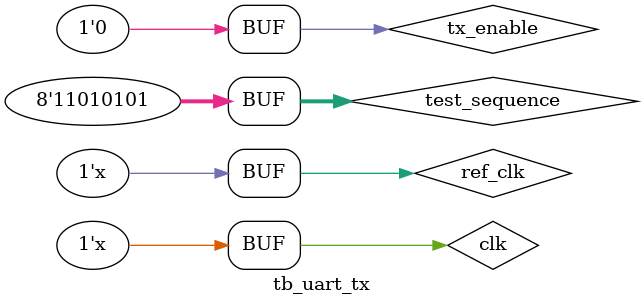
<source format=v>
`timescale 10ns/10ns

module tb_uart_tx;

reg clk, ref_clk;

reg [7:0] test_sequence = 8'b11010101;
reg tx_enable;
wire tx, tx_busy;

uart_tx DUT(
    .clk(clk),
    .data(test_sequence),
    .tx_enable(tx_enable),
    .tx(tx),
    .tx_busy(tx_busy)
);

initial begin
    tx_enable = 0;
    clk = 0;
    
    #191 tx_enable = 1;
    #100 tx_enable = 0;
    #145 ref_clk = 0;
end

// Define a 100MHz/27 clock, time period = 27*2ns
always #27 clk = ~clk;
always #434 ref_clk = ~ref_clk;

endmodule
</source>
